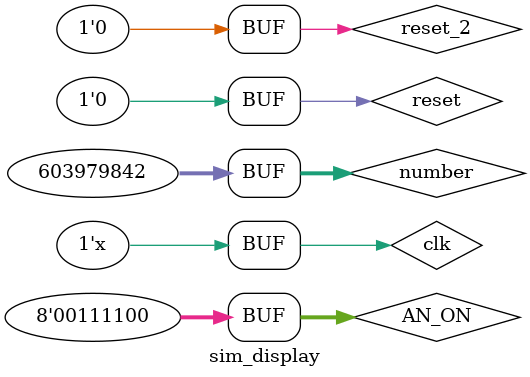
<source format=sv>
`timescale 1ns / 1ps


module sim_display();

logic clk, reset, reset_2;
logic [31:0] number;
logic [7:0] AN_ON, AN;
logic [6:0] sevenSeg;

Display DUT(.clk(clk), .reset(reset), .reset_2(reset_2), .AN_ON(AN_ON), .AN(AN), .sevenSeg(sevenSeg), .number(number));

always #5 clk = ~clk;

initial begin
clk = 0;
AN_ON = 'b0011_1100;
number = 32'h24000042;
reset = 1;
reset_2 = 1;
#20
reset = 0;
#1800000
reset_2 = 0;
end

endmodule

</source>
